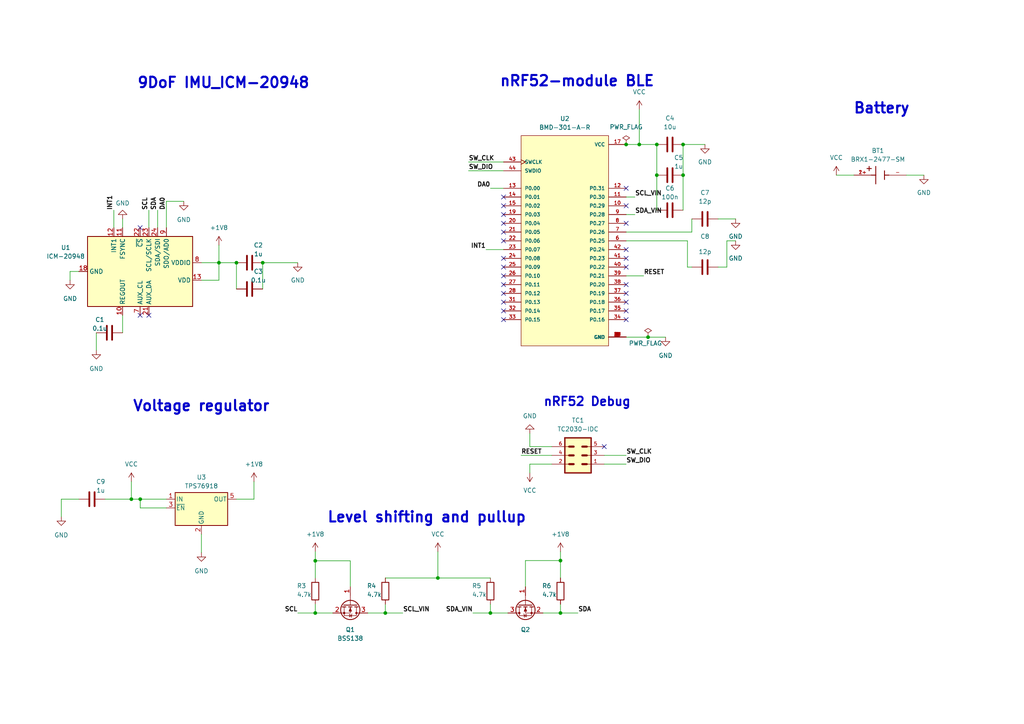
<source format=kicad_sch>
(kicad_sch (version 20230121) (generator eeschema)
  (paper "A4")
  (lib_symbols
    (symbol "BMD-301-A-R:BMD-301-A-R" (pin_names (offset 1.016))
      (property "Reference" "U" (at -12.7 31.242 0))
      (property "Value" "BMD-301-A-R" (at -12.7 -33.02 0))
      (symbol "BMD-301-A-R_0_0"
        (rectangle (start -12.7 -30.48) (end 12.7 30.48) (stroke (width 0.1524)) (fill (type background)))
        (pin power_in line (at 17.78 -27.94 180) (length 5.08) (name "GND") (number "1"))
        (pin bidirectional line (at 17.78 10.16 180) (length 5.08) (name "P0.29") (number "10"))
        (pin bidirectional line (at 17.78 12.7 180) (length 5.08) (name "P0.30") (number "11"))
        (pin bidirectional line (at 17.78 15.24 180) (length 5.08) (name "P0.31") (number "12"))
        (pin bidirectional line (at -17.78 15.24 0) (length 5.08) (name "P0.00") (number "13"))
        (pin bidirectional line (at -17.78 12.7 0) (length 5.08) (name "P0.01") (number "14"))
        (pin bidirectional line (at -17.78 10.16 0) (length 5.08) (name "P0.02") (number "15"))
        (pin power_in line (at 17.78 -27.94 180) (length 5.08) (name "GND") (number "16"))
        (pin power_in line (at 17.78 27.94 180) (length 5.08) (name "VCC") (number "17"))
        (pin power_in line (at 17.78 -27.94 180) (length 5.08) (name "GND") (number "18"))
        (pin bidirectional line (at -17.78 7.62 0) (length 5.08) (name "P0.03") (number "19"))
        (pin power_in line (at 17.78 -27.94 180) (length 5.08) (name "GND") (number "2"))
        (pin bidirectional line (at -17.78 5.08 0) (length 5.08) (name "P0.04") (number "20"))
        (pin bidirectional line (at -17.78 2.54 0) (length 5.08) (name "P0.05") (number "21"))
        (pin bidirectional line (at -17.78 0 0) (length 5.08) (name "P0.06") (number "22"))
        (pin bidirectional line (at -17.78 -2.54 0) (length 5.08) (name "P0.07") (number "23"))
        (pin bidirectional line (at -17.78 -5.08 0) (length 5.08) (name "P0.08") (number "24"))
        (pin bidirectional line (at -17.78 -7.62 0) (length 5.08) (name "P0.09") (number "25"))
        (pin bidirectional line (at -17.78 -10.16 0) (length 5.08) (name "P0.10") (number "26"))
        (pin bidirectional line (at -17.78 -12.7 0) (length 5.08) (name "P0.11") (number "27"))
        (pin bidirectional line (at -17.78 -15.24 0) (length 5.08) (name "P0.12") (number "28"))
        (pin power_in line (at 17.78 -27.94 180) (length 5.08) (name "GND") (number "29"))
        (pin power_in line (at 17.78 -27.94 180) (length 5.08) (name "GND") (number "3"))
        (pin power_in line (at 17.78 -27.94 180) (length 5.08) (name "GND") (number "30"))
        (pin bidirectional line (at -17.78 -17.78 0) (length 5.08) (name "P0.13") (number "31"))
        (pin bidirectional line (at -17.78 -20.32 0) (length 5.08) (name "P0.14") (number "32"))
        (pin bidirectional line (at -17.78 -22.86 0) (length 5.08) (name "P0.15") (number "33"))
        (pin bidirectional line (at 17.78 -22.86 180) (length 5.08) (name "P0.16") (number "34"))
        (pin bidirectional line (at 17.78 -20.32 180) (length 5.08) (name "P0.17") (number "35"))
        (pin bidirectional line (at 17.78 -17.78 180) (length 5.08) (name "P0.18") (number "36"))
        (pin bidirectional line (at 17.78 -15.24 180) (length 5.08) (name "P0.19") (number "37"))
        (pin bidirectional line (at 17.78 -12.7 180) (length 5.08) (name "P0.20") (number "38"))
        (pin bidirectional line (at 17.78 -10.16 180) (length 5.08) (name "P0.21") (number "39"))
        (pin power_in line (at 17.78 -27.94 180) (length 5.08) (name "GND") (number "4"))
        (pin bidirectional line (at 17.78 -7.62 180) (length 5.08) (name "P0.22") (number "40"))
        (pin bidirectional line (at 17.78 -5.08 180) (length 5.08) (name "P0.23") (number "41"))
        (pin bidirectional line (at 17.78 -2.54 180) (length 5.08) (name "P0.24") (number "42"))
        (pin input clock (at -17.78 22.86 0) (length 5.08) (name "SWCLK") (number "43"))
        (pin bidirectional line (at -17.78 20.32 0) (length 5.08) (name "SWDIO") (number "44"))
        (pin power_in line (at 17.78 -27.94 180) (length 5.08) (name "GND") (number "45"))
        (pin power_in line (at 17.78 -27.94 180) (length 5.08) (name "GND") (number "46"))
        (pin power_in line (at 17.78 -27.94 180) (length 5.08) (name "GND") (number "47"))
        (pin power_in line (at 17.78 -27.94 180) (length 5.08) (name "GND") (number "5"))
        (pin bidirectional line (at 17.78 0 180) (length 5.08) (name "P0.25") (number "6"))
        (pin bidirectional line (at 17.78 2.54 180) (length 5.08) (name "P0.26") (number "7"))
        (pin bidirectional line (at 17.78 5.08 180) (length 5.08) (name "P0.27") (number "8"))
        (pin bidirectional line (at 17.78 7.62 180) (length 5.08) (name "P0.28") (number "9"))
      )
    )
    (symbol "CR2477-clip:BRX1-2477-SM" (pin_names (offset 1.016))
      (property "Reference" "BT" (at -3.81 3.81 0))
      (property "Value" "BRX1-2477-SM" (at -3.81 -5.08 0))
      (symbol "BRX1-2477-SM_0_0"
        (polyline (pts (xy -3.81 1.905) (xy -2.54 1.905)) (stroke (width 0.254)))
        (polyline (pts (xy -3.175 2.54) (xy -3.175 1.27)) (stroke (width 0.254)))
        (polyline (pts (xy -1.27 0) (xy -2.54 0)) (stroke (width 0.254)))
        (polyline (pts (xy -1.27 0) (xy -1.27 -2.54)) (stroke (width 0.254)))
        (polyline (pts (xy -1.27 2.54) (xy -1.27 0)) (stroke (width 0.254)))
        (polyline (pts (xy 1.27 0) (xy 1.27 -1.27)) (stroke (width 0.254)))
        (polyline (pts (xy 1.27 0) (xy 2.54 0)) (stroke (width 0.254)))
        (polyline (pts (xy 1.27 1.27) (xy 1.27 0)) (stroke (width 0.254)))
        (pin passive line (at 7.62 0 180) (length 5.08) (name "~") (number "-"))
        (pin passive line (at -7.62 0 0) (length 5.08) (name "~") (number "1+"))
        (pin passive line (at -7.62 0 0) (length 5.08) (name "~") (number "2+"))
      )
    )
    (symbol "Device:C" (pin_numbers hide) (pin_names (offset 0.254))
      (property "Reference" "C" (at 0.635 2.54 0))
      (property "Value" "C" (at 0.635 -2.54 0))
      (symbol "C_0_1"
        (polyline (pts (xy -2.032 -0.762) (xy 2.032 -0.762)) (stroke (width 0.508)))
        (polyline (pts (xy -2.032 0.762) (xy 2.032 0.762)) (stroke (width 0.508)))
      )
      (symbol "C_1_1"
        (pin passive line (at 0 3.81 270) (length 2.794) (name "~") (number "1"))
        (pin passive line (at 0 -3.81 90) (length 2.794) (name "~") (number "2"))
      )
    )
    (symbol "Device:R" (pin_numbers hide) (pin_names (offset 0))
      (property "Reference" "R" (at 2.032 0 90))
      (property "Value" "R" (at 0 0 90))
      (symbol "R_0_1"
        (rectangle (start -1.016 -2.54) (end 1.016 2.54) (stroke (width 0.254)))
      )
      (symbol "R_1_1"
        (pin passive line (at 0 3.81 270) (length 1.27) (name "~") (number "1"))
        (pin passive line (at 0 -3.81 90) (length 1.27) (name "~") (number "2"))
      )
    )
    (symbol "Regulator_Linear:TPS76918" (pin_names (offset 0.254))
      (property "Reference" "U" (at -6.35 5.715 0))
      (property "Value" "TPS76918" (at 0 5.715 0))
      (symbol "TPS76918_0_1"
        (rectangle (start -7.62 4.445) (end 7.62 -5.08) (stroke (width 0.254)) (fill (type background)))
      )
      (symbol "TPS76918_1_1"
        (pin power_in line (at -10.16 2.54 0) (length 2.54) (name "IN") (number "1"))
        (pin power_in line (at 0 -7.62 90) (length 2.54) (name "GND") (number "2"))
        (pin input line (at -10.16 0 0) (length 2.54) (name "~{EN}") (number "3"))
        (pin no_connect line (at 7.62 0 180) (length 2.54) hide (name "NC") (number "4"))
        (pin power_out line (at 10.16 2.54 180) (length 2.54) (name "OUT") (number "5"))
      )
    )
    (symbol "Sensor_Motion:ICM-20948"
      (property "Reference" "U" (at -11.43 16.51 0))
      (property "Value" "ICM-20948" (at 7.62 -16.51 0))
      (symbol "ICM-20948_0_1"
        (rectangle (start -10.16 15.24) (end 10.16 -15.24) (stroke (width 0.254)) (fill (type background)))
      )
      (symbol "ICM-20948_1_1"
        (pin no_connect line (at -10.16 12.7 0) (length 2.54) hide (name "NC") (number "1"))
        (pin passive line (at 12.7 -5.08 180) (length 2.54) (name "REGOUT") (number "10"))
        (pin input line (at -12.7 -5.08 0) (length 2.54) (name "FSYNC") (number "11"))
        (pin output line (at -12.7 -7.62 0) (length 2.54) (name "INT1") (number "12"))
        (pin power_in line (at 2.54 17.78 270) (length 2.54) (name "VDD") (number "13"))
        (pin no_connect line (at 10.16 7.62 180) (length 2.54) hide (name "NC") (number "14"))
        (pin no_connect line (at 10.16 5.08 180) (length 2.54) hide (name "NC") (number "15"))
        (pin no_connect line (at 10.16 -7.62 180) (length 2.54) hide (name "NC") (number "16"))
        (pin no_connect line (at 10.16 -10.16 180) (length 2.54) hide (name "NC") (number "17"))
        (pin power_in line (at 0 -17.78 90) (length 2.54) (name "GND") (number "18"))
        (pin no_connect line (at 10.16 -12.7 180) (length 2.54) hide (name "RESV") (number "19"))
        (pin no_connect line (at -10.16 10.16 0) (length 2.54) hide (name "NC") (number "2"))
        (pin passive line (at 0 -17.78 90) (length 2.54) hide (name "GND") (number "20"))
        (pin bidirectional line (at 12.7 2.54 180) (length 2.54) (name "AUX_DA") (number "21"))
        (pin input line (at -12.7 0 0) (length 2.54) (name "~{CS}") (number "22"))
        (pin input line (at -12.7 2.54 0) (length 2.54) (name "SCL/SCLK") (number "23"))
        (pin bidirectional line (at -12.7 5.08 0) (length 2.54) (name "SDA/SDI") (number "24"))
        (pin no_connect line (at -10.16 -2.54 0) (length 2.54) hide (name "NC") (number "3"))
        (pin no_connect line (at -10.16 -10.16 0) (length 2.54) hide (name "NC") (number "4"))
        (pin no_connect line (at -10.16 -12.7 0) (length 2.54) hide (name "NC") (number "5"))
        (pin no_connect line (at 10.16 10.16 180) (length 2.54) hide (name "NC") (number "6"))
        (pin output line (at 12.7 0 180) (length 2.54) (name "AUX_CL") (number "7"))
        (pin power_in line (at -2.54 17.78 270) (length 2.54) (name "VDDIO") (number "8"))
        (pin bidirectional line (at -12.7 7.62 0) (length 2.54) (name "SDO/AD0") (number "9"))
      )
    )
    (symbol "Tag-connector:TC2030-IDC" (pin_names (offset 1.016))
      (property "Reference" "TC" (at -3.81 5.842 0))
      (property "Value" "TC2030-IDC" (at -3.81 -7.62 0))
      (symbol "TC2030-IDC_0_0"
        (rectangle (start -3.81 -5.08) (end 3.81 5.08) (stroke (width 0.4064)) (fill (type background)))
        (polyline (pts (xy -2.54 -2.54) (xy -1.27 -2.54)) (stroke (width 0.6096)))
        (polyline (pts (xy -2.54 0) (xy -1.27 0)) (stroke (width 0.6096)))
        (polyline (pts (xy -2.54 2.54) (xy -1.27 2.54)) (stroke (width 0.6096)))
        (polyline (pts (xy 1.27 -2.54) (xy 2.54 -2.54)) (stroke (width 0.6096)))
        (polyline (pts (xy 1.27 0) (xy 2.54 0)) (stroke (width 0.6096)))
        (polyline (pts (xy 1.27 2.54) (xy 2.54 2.54)) (stroke (width 0.6096)))
        (pin passive line (at 7.62 -2.54 180) (length 5.08) (name "~") (number "1"))
        (pin passive line (at -7.62 -2.54 0) (length 5.08) (name "~") (number "2"))
        (pin passive line (at 7.62 0 180) (length 5.08) (name "~") (number "3"))
        (pin passive line (at -7.62 0 0) (length 5.08) (name "~") (number "4"))
        (pin passive line (at 7.62 2.54 180) (length 5.08) (name "~") (number "5"))
        (pin passive line (at -7.62 2.54 0) (length 5.08) (name "~") (number "6"))
      )
    )
    (symbol "Transistor_FET:BSS138" (pin_names hide)
      (property "Reference" "Q" (at 5.08 1.905 0))
      (property "Value" "BSS138" (at 5.08 0 0))
      (symbol "BSS138_0_1"
        (polyline (pts (xy 0.254 0) (xy -2.54 0)))
        (polyline (pts (xy 0.254 1.905) (xy 0.254 -1.905)) (stroke (width 0.254)))
        (polyline (pts (xy 0.762 -1.27) (xy 0.762 -2.286)) (stroke (width 0.254)))
        (polyline (pts (xy 0.762 0.508) (xy 0.762 -0.508)) (stroke (width 0.254)))
        (polyline (pts (xy 0.762 2.286) (xy 0.762 1.27)) (stroke (width 0.254)))
        (polyline (pts (xy 2.54 2.54) (xy 2.54 1.778)))
        (polyline (pts (xy 2.54 -2.54) (xy 2.54 0) (xy 0.762 0)))
        (polyline (pts (xy 0.762 -1.778) (xy 3.302 -1.778) (xy 3.302 1.778) (xy 0.762 1.778)))
        (polyline (pts (xy 1.016 0) (xy 2.032 0.381) (xy 2.032 -0.381) (xy 1.016 0)) (fill (type outline)))
        (polyline (pts (xy 2.794 0.508) (xy 2.921 0.381) (xy 3.683 0.381) (xy 3.81 0.254)))
        (polyline (pts (xy 3.302 0.381) (xy 2.921 -0.254) (xy 3.683 -0.254) (xy 3.302 0.381)))
        (circle (center 1.651 0) (radius 2.794) (stroke (width 0.254)))
        (circle (center 2.54 -1.778) (radius 0.254) (fill (type outline)))
        (circle (center 2.54 1.778) (radius 0.254) (fill (type outline)))
      )
      (symbol "BSS138_1_1"
        (pin input line (at -5.08 0 0) (length 2.54) (name "G") (number "1"))
        (pin passive line (at 2.54 -5.08 90) (length 2.54) (name "S") (number "2"))
        (pin passive line (at 2.54 5.08 270) (length 2.54) (name "D") (number "3"))
      )
    )
    (symbol "power:+1V8" (power) (pin_names (offset 0))
      (property "Value" "+1V8" (at 0 3.556 0))
      (symbol "+1V8_0_1"
        (polyline (pts (xy -0.762 1.27) (xy 0 2.54)))
        (polyline (pts (xy 0 0) (xy 0 2.54)))
        (polyline (pts (xy 0 2.54) (xy 0.762 1.27)))
      )
      (symbol "+1V8_1_1"
        (pin power_in line (at 0 0 90) (length 0) hide (name "+1V8") (number "1"))
      )
    )
    (symbol "power:GND" (power) (pin_names (offset 0))
      (property "Value" "GND" (at 0 -3.81 0))
      (symbol "GND_0_1"
        (polyline (pts (xy 0 0) (xy 0 -1.27) (xy 1.27 -1.27) (xy 0 -2.54) (xy -1.27 -1.27) (xy 0 -1.27)))
      )
      (symbol "GND_1_1"
        (pin power_in line (at 0 0 270) (length 0) hide (name "GND") (number "1"))
      )
    )
    (symbol "power:PWR_FLAG" (power) (pin_numbers hide) (pin_names (offset 0) hide)
      (property "Value" "PWR_FLAG" (at 0 3.81 0))
      (symbol "PWR_FLAG_0_0"
        (pin power_out line (at 0 0 90) (length 0) (name "pwr") (number "1"))
      )
      (symbol "PWR_FLAG_0_1"
        (polyline (pts (xy 0 0) (xy 0 1.27) (xy -1.016 1.905) (xy 0 2.54) (xy 1.016 1.905) (xy 0 1.27)))
      )
    )
    (symbol "power:VCC" (power) (pin_names (offset 0))
      (property "Value" "VCC" (at 0 3.81 0))
      (symbol "VCC_0_1"
        (polyline (pts (xy -0.762 1.27) (xy 0 2.54)))
        (polyline (pts (xy 0 0) (xy 0 2.54)))
        (polyline (pts (xy 0 2.54) (xy 0.762 1.27)))
      )
      (symbol "VCC_1_1"
        (pin power_in line (at 0 0 90) (length 0) hide (name "VCC") (number "1"))
      )
    )
  )
  (junction (at 142.24 177.8))
  (junction (at 162.56 162.5889))
  (junction (at 185.42 41.91))
  (junction (at 91.44 162.6588))
  (junction (at 187.96 97.79))
  (junction (at 68.58 76.2))
  (junction (at 111.76 177.8))
  (junction (at 190.5 41.91))
  (junction (at 162.56 177.8))
  (junction (at 198.12 50.8))
  (junction (at 40.6733 144.78))
  (junction (at 38.1 144.78))
  (junction (at 190.5 50.8))
  (junction (at 76.2 76.2))
  (junction (at 127 167.64))
  (junction (at 63.5 76.2))
  (junction (at 181.61 41.91))
  (junction (at 198.12 41.91))
  (junction (at 91.44 177.8))
  (no_connect (at 146.05 87.63))
  (no_connect (at 146.05 64.77))
  (no_connect (at 181.61 59.69))
  (no_connect (at 146.05 82.55))
  (no_connect (at 181.61 72.39))
  (no_connect (at 146.05 85.09))
  (no_connect (at 181.61 74.93))
  (no_connect (at 181.61 54.61))
  (no_connect (at 146.05 80.01))
  (no_connect (at 181.61 92.71))
  (no_connect (at 181.61 90.17))
  (no_connect (at 181.61 85.09))
  (no_connect (at 146.05 69.85))
  (no_connect (at 181.61 87.63))
  (no_connect (at 175.26 129.54))
  (no_connect (at 146.05 92.71))
  (no_connect (at 146.05 90.17))
  (no_connect (at 40.64 91.44))
  (no_connect (at 146.05 77.47))
  (no_connect (at 181.61 64.77))
  (no_connect (at 40.64 66.04))
  (no_connect (at 146.05 62.23))
  (no_connect (at 181.61 82.55))
  (no_connect (at 146.05 74.93))
  (no_connect (at 146.05 67.31))
  (no_connect (at 146.05 59.69))
  (no_connect (at 146.05 57.15))
  (no_connect (at 43.18 91.44))
  (no_connect (at 181.61 77.47))
  (wire (pts (xy 262.89 50.8) (xy 267.97 50.8)))
  (wire (pts (xy 181.61 41.91) (xy 185.42 41.91)))
  (wire (pts (xy 187.96 97.79) (xy 193.04 97.79)))
  (wire (pts (xy 91.44 162.6588) (xy 91.44 167.64)))
  (wire (pts (xy 210.82 69.85) (xy 213.36 69.85)))
  (wire (pts (xy 140.97 72.39) (xy 146.05 72.39)))
  (wire (pts (xy 157.48 177.8) (xy 162.56 177.8)))
  (wire (pts (xy 22.86 78.74) (xy 20.32 78.74)))
  (wire (pts (xy 111.76 177.8) (xy 116.84 177.8)))
  (wire (pts (xy 181.61 67.31) (xy 200.66 67.31)))
  (wire (pts (xy 127 167.64) (xy 142.24 167.64)))
  (wire (pts (xy 48.26 147.32) (xy 40.6733 147.32)))
  (wire (pts (xy 91.44 175.26) (xy 91.44 177.8)))
  (wire (pts (xy 181.61 62.23) (xy 184.15 62.23)))
  (wire (pts (xy 153.67 134.62) (xy 153.67 137.16)))
  (wire (pts (xy 86.36 177.8) (xy 91.44 177.8)))
  (wire (pts (xy 142.24 54.61) (xy 146.05 54.61)))
  (wire (pts (xy 198.12 41.91) (xy 204.47 41.91)))
  (wire (pts (xy 208.28 77.47) (xy 210.82 77.47)))
  (wire (pts (xy 198.12 41.91) (xy 198.12 50.8)))
  (wire (pts (xy 111.76 167.64) (xy 127 167.64)))
  (wire (pts (xy 181.61 80.01) (xy 186.69 80.01)))
  (wire (pts (xy 17.78 144.78) (xy 22.86 144.78)))
  (wire (pts (xy 242.57 50.8) (xy 247.65 50.8)))
  (wire (pts (xy 111.76 175.26) (xy 111.76 177.8)))
  (wire (pts (xy 199.39 77.47) (xy 200.66 77.47)))
  (wire (pts (xy 33.02 60.96) (xy 33.02 66.04)))
  (wire (pts (xy 181.61 57.15) (xy 184.15 57.15)))
  (wire (pts (xy 152.4 162.5889) (xy 162.56 162.5889)))
  (wire (pts (xy 73.66 144.78) (xy 73.66 139.7)))
  (wire (pts (xy 210.82 77.47) (xy 210.82 69.85)))
  (wire (pts (xy 199.39 77.47) (xy 199.39 69.85)))
  (wire (pts (xy 175.26 134.62) (xy 181.61 134.62)))
  (wire (pts (xy 58.42 81.28) (xy 63.5 81.28)))
  (wire (pts (xy 162.56 175.26) (xy 162.56 177.8)))
  (wire (pts (xy 63.5 81.28) (xy 63.5 76.2)))
  (wire (pts (xy 190.5 50.8) (xy 190.5 60.96)))
  (wire (pts (xy 181.61 97.79) (xy 187.96 97.79)))
  (wire (pts (xy 135.89 49.53) (xy 146.05 49.53)))
  (wire (pts (xy 17.78 149.86) (xy 17.78 144.78)))
  (wire (pts (xy 142.24 175.26) (xy 142.24 177.8)))
  (wire (pts (xy 30.48 144.78) (xy 38.1 144.78)))
  (wire (pts (xy 68.58 144.78) (xy 73.66 144.78)))
  (wire (pts (xy 151.13 132.08) (xy 160.02 132.08)))
  (wire (pts (xy 153.67 129.54) (xy 153.67 125.73)))
  (wire (pts (xy 185.42 31.75) (xy 185.42 41.91)))
  (wire (pts (xy 43.18 60.96) (xy 43.18 66.04)))
  (wire (pts (xy 190.5 41.91) (xy 190.5 50.8)))
  (wire (pts (xy 91.44 160.02) (xy 91.44 162.6588)))
  (wire (pts (xy 162.56 160.02) (xy 162.56 162.5889)))
  (wire (pts (xy 175.26 132.08) (xy 181.61 132.08)))
  (wire (pts (xy 137.16 177.8) (xy 142.24 177.8)))
  (wire (pts (xy 162.56 177.8) (xy 167.64 177.8)))
  (wire (pts (xy 185.42 41.91) (xy 190.5 41.91)))
  (wire (pts (xy 208.28 63.5) (xy 213.36 63.5)))
  (wire (pts (xy 20.32 78.74) (xy 20.32 81.28)))
  (wire (pts (xy 76.2 76.2) (xy 86.36 76.2)))
  (wire (pts (xy 91.44 177.8) (xy 96.52 177.8)))
  (wire (pts (xy 40.6733 147.32) (xy 40.6733 144.78)))
  (wire (pts (xy 27.94 96.52) (xy 27.94 101.6)))
  (wire (pts (xy 35.56 63.5) (xy 35.56 66.04)))
  (wire (pts (xy 142.24 177.8) (xy 147.32 177.8)))
  (wire (pts (xy 35.56 91.44) (xy 35.56 96.52)))
  (wire (pts (xy 63.5 76.2) (xy 63.5 71.12)))
  (wire (pts (xy 152.4 170.18) (xy 152.4 162.5889)))
  (wire (pts (xy 200.66 67.31) (xy 200.66 63.5)))
  (wire (pts (xy 48.26 58.3984) (xy 48.26 66.04)))
  (wire (pts (xy 63.5 76.2) (xy 68.58 76.2)))
  (wire (pts (xy 199.39 69.85) (xy 181.61 69.85)))
  (wire (pts (xy 38.1 144.78) (xy 40.6733 144.78)))
  (wire (pts (xy 101.6 162.6588) (xy 91.44 162.6588)))
  (wire (pts (xy 127 160.02) (xy 127 167.64)))
  (wire (pts (xy 160.02 134.62) (xy 153.67 134.62)))
  (wire (pts (xy 68.58 76.2) (xy 68.58 83.82)))
  (wire (pts (xy 198.12 50.8) (xy 198.12 60.96)))
  (wire (pts (xy 58.42 76.2) (xy 63.5 76.2)))
  (wire (pts (xy 160.02 129.54) (xy 153.67 129.54)))
  (wire (pts (xy 106.68 177.8) (xy 111.76 177.8)))
  (wire (pts (xy 40.6733 144.78) (xy 48.26 144.78)))
  (wire (pts (xy 76.2 83.82) (xy 76.2 76.2)))
  (wire (pts (xy 162.56 162.5889) (xy 162.56 167.64)))
  (wire (pts (xy 101.6 170.18) (xy 101.6 162.6588)))
  (wire (pts (xy 48.26 58.3984) (xy 53.3076 58.3984)))
  (wire (pts (xy 58.42 154.94) (xy 58.42 160.274)))
  (wire (pts (xy 38.1 139.7) (xy 38.1 144.78)))
  (wire (pts (xy 45.72 60.96) (xy 45.72 66.04)))
  (wire (pts (xy 135.89 46.99) (xy 146.05 46.99)))
  (text "Voltage regulator" (at 38.354 119.634 0) (effects (font (size 3 3) bold) (justify left bottom)))
  (text "nRF52-module BLE" (at 144.78 25.4 0) (effects (font (size 3 3) bold) (justify left bottom)))
  (text "9DoF IMU_ICM-20948" (at 39.624 25.908 0) (effects (font (size 3 3) bold) (justify left bottom)))
  (text "nRF52 Debug" (at 157.48 118.11 0) (effects (font (size 2.5 2.5) bold) (justify left bottom)))
  (text "Level shifting and pullup" (at 94.742 151.892 0) (effects (font (size 3 3) bold) (justify left bottom)))
  (text "Battery" (at 247.396 33.274 0) (effects (font (size 3 3) bold) (justify left bottom)))
  (label "SDA_VIN" (at 184.15 62.23 0) (effects (font (thickness 0.254) bold)))
  (label "SCL_VIN" (at 116.84 177.8 0) (effects (font bold)))
  (label "SDA_VIN" (at 137.16 177.8 180) (effects (font (thickness 0.254) bold)))
  (label "INT1" (at 140.97 72.39 180) (effects (font (thickness 0.254) bold)))
  (label "SDA" (at 167.64 177.8 0) (effects (font (thickness 0.254) bold)))
  (label "DA0" (at 48.26 60.96 90) (effects (font (thickness 0.254) bold)))
  (label "SW_CLK" (at 181.61 132.08 0) (effects (font bold)))
  (label "SDA" (at 45.72 60.96 90) (effects (font (thickness 0.254) bold)))
  (label "SW_CLK" (at 135.89 46.99 0) (effects (font bold)))
  (label "RESET" (at 186.69 80.01 0) (effects (font bold)))
  (label "DA0" (at 142.24 54.61 180) (effects (font (thickness 0.254) bold)))
  (label "SCL" (at 86.36 177.8 180) (effects (font bold)))
  (label "SCL" (at 43.18 60.96 90) (effects (font bold)))
  (label "SCL_VIN" (at 184.15 57.15 0) (effects (font bold)))
  (label "SW_DIO" (at 135.89 49.53 0) (effects (font bold)))
  (label "INT1" (at 33.02 60.96 90) (effects (font (thickness 0.254) bold)))
  (label "RESET" (at 151.13 132.08 0) (effects (font bold)))
  (label "SW_DIO" (at 181.61 134.62 0) (effects (font bold)))
  (symbol (lib_id "Device:C") (at 204.47 63.5 90) (unit 1)
    (property "Reference" "C7" (at 204.47 55.88 90))
    (property "Value" "12p" (at 204.47 58.42 90))
    (property "Footprint" "Capacitor_SMD:C_0805_2012Metric_Pad1.18x1.45mm_HandSolder" (effects hide))
  )
  (symbol (lib_id "Tag-connector:TC2030-IDC") (at 167.64 132.08 0) (unit 1)
    (property "Reference" "TC1" (at 167.64 121.92 0))
    (property "Value" "TC2030-IDC" (at 167.64 124.46 0))
    (property "Footprint" "Connector:Tag-Connect_TC2030-IDC-NL_2x03_P1.27mm_Vertical" (effects hide))
  )
  (symbol (lib_id "Device:C") (at 31.75 96.52 90) (unit 1)
    (property "Reference" "C1" (at 28.956 92.71 90))
    (property "Value" "0.1u" (at 28.956 95.25 90))
    (property "Footprint" "Capacitor_SMD:C_0805_2012Metric_Pad1.18x1.45mm_HandSolder" (effects hide))
  )
  (symbol (lib_id "Transistor_FET:BSS138") (at 152.4 175.26 90) (mirror x) (unit 1)
    (property "Reference" "Q2" (at 152.4 182.626 90))
    (property "Value" "BSS138" (effects hide))
    (property "Footprint" "Package_TO_SOT_SMD:SOT-23" (effects hide))
    (property "Datasheet" "https://www.onsemi.com/pub/Collateral/BSS138-D.PDF" (effects hide))
  )
  (symbol (lib_id "power:GND") (at 213.36 63.5 0) (unit 1)
    (property "Reference" "#PWR012" (effects hide))
    (property "Value" "GND" (at 213.36 68.58 0))
  )
  (symbol (lib_id "power:VCC") (at 38.1 139.7 0) (unit 1)
    (property "Reference" "#PWR04" (effects hide))
    (property "Value" "VCC" (at 38.1 134.62 0))
  )
  (symbol (lib_id "Regulator_Linear:TPS76918") (at 58.42 147.32 0) (unit 1)
    (property "Reference" "U3" (at 58.42 138.43 0))
    (property "Value" "TPS76918" (at 58.42 140.97 0))
    (property "Footprint" "Package_TO_SOT_SMD:SOT-23-5" (effects hide))
    (property "Datasheet" "http://www.ti.com/lit/ds/symlink/tps769.pdf" (effects hide))
  )
  (symbol (lib_id "Device:C") (at 194.31 60.96 90) (unit 1)
    (property "Reference" "C6" (at 194.31 54.61 90))
    (property "Value" "100n" (at 194.31 57.15 90))
    (property "Footprint" "Capacitor_SMD:C_0805_2012Metric_Pad1.18x1.45mm_HandSolder" (effects hide))
  )
  (symbol (lib_id "power:GND") (at 193.04 97.79 0) (unit 1)
    (property "Reference" "#PWR010" (effects hide))
    (property "Value" "GND" (at 193.04 103.124 0))
  )
  (symbol (lib_id "power:GND") (at 58.42 160.274 0) (unit 1)
    (property "Reference" "#PWR016" (effects hide))
    (property "Value" "GND" (at 58.42 165.608 0))
  )
  (symbol (lib_id "Sensor_Motion:ICM-20948") (at 40.64 78.74 270) (unit 1)
    (property "Reference" "U1" (at 19.05 71.8119 90))
    (property "Value" "ICM-20948" (at 19.05 74.3519 90))
    (property "Footprint" "Sensor_Motion:InvenSense_QFN-24_3x3mm_P0.4mm" (effects hide))
    (property "Datasheet" "http://www.invensense.com/wp-content/uploads/2016/06/DS-000189-ICM-20948-v1.3.pdf" (effects hide))
  )
  (symbol (lib_id "power:GND") (at 27.94 101.6 0) (unit 1)
    (property "Reference" "#PWR02" (effects hide))
    (property "Value" "GND" (at 27.94 106.934 0))
  )
  (symbol (lib_id "power:GND") (at 213.36 69.85 0) (unit 1)
    (property "Reference" "#PWR013" (effects hide))
    (property "Value" "GND" (at 213.36 74.93 0))
  )
  (symbol (lib_id "Device:C") (at 204.47 77.47 90) (unit 1)
    (property "Reference" "C8" (at 204.47 68.58 90))
    (property "Value" "12p" (at 204.47 73.025 90))
    (property "Footprint" "Capacitor_SMD:C_0805_2012Metric_Pad1.18x1.45mm_HandSolder" (effects hide))
  )
  (symbol (lib_id "power:GND") (at 86.36 76.2 0) (unit 1)
    (property "Reference" "#PWR06" (effects hide))
    (property "Value" "GND" (at 86.36 81.28 0))
  )
  (symbol (lib_id "power:VCC") (at 127 160.02 0) (unit 1)
    (property "Reference" "#PWR021" (effects hide))
    (property "Value" "VCC" (at 127 154.94 0))
  )
  (symbol (lib_id "power:VCC") (at 185.42 31.75 0) (unit 1)
    (property "Reference" "#PWR09" (effects hide))
    (property "Value" "VCC" (at 185.42 26.67 0))
  )
  (symbol (lib_id "power:+1V8") (at 162.56 160.02 0) (unit 1)
    (property "Reference" "#PWR020" (effects hide))
    (property "Value" "+1V8" (at 162.56 154.94 0))
  )
  (symbol (lib_id "power:GND") (at 53.3076 58.3984 0) (unit 1)
    (property "Reference" "#PWR022" (effects hide))
    (property "Value" "GND" (at 53.3076 63.7324 0))
  )
  (symbol (lib_id "power:GND") (at 267.97 50.8 0) (unit 1)
    (property "Reference" "#PWR015" (effects hide))
    (property "Value" "GND" (at 267.97 55.88 0))
  )
  (symbol (lib_id "power:PWR_FLAG") (at 181.61 41.91 0) (unit 1)
    (property "Reference" "#FLG01" (effects hide))
    (property "Value" "PWR_FLAG" (at 181.61 36.83 0))
  )
  (symbol (lib_id "power:VCC") (at 242.57 50.8 0) (unit 1)
    (property "Reference" "#PWR014" (effects hide))
    (property "Value" "VCC" (at 242.57 45.72 0))
  )
  (symbol (lib_id "Device:C") (at 194.31 50.8 90) (unit 1)
    (property "Reference" "C5" (at 196.85 45.72 90))
    (property "Value" "1u" (at 196.85 48.26 90))
    (property "Footprint" "Capacitor_SMD:C_0805_2012Metric_Pad1.18x1.45mm_HandSolder" (effects hide))
  )
  (symbol (lib_id "power:+1V8") (at 73.66 139.7 0) (unit 1)
    (property "Reference" "#PWR017" (effects hide))
    (property "Value" "+1V8" (at 73.66 134.62 0))
  )
  (symbol (lib_id "power:GND") (at 35.56 63.5 180) (unit 1)
    (property "Reference" "#PWR03" (effects hide))
    (property "Value" "GND" (at 35.56 58.928 0))
  )
  (symbol (lib_id "Device:R") (at 142.24 171.45 0) (unit 1)
    (property "Reference" "R5" (at 136.906 169.926 0) (effects (justify left)))
    (property "Value" "4.7k" (at 136.906 172.466 0) (effects (justify left)))
    (property "Footprint" "Resistor_SMD:R_0805_2012Metric_Pad1.20x1.40mm_HandSolder" (effects hide))
  )
  (symbol (lib_id "power:VCC") (at 153.67 137.16 180) (unit 1)
    (property "Reference" "#PWR08" (effects hide))
    (property "Value" "VCC" (at 153.67 142.24 0))
  )
  (symbol (lib_id "Device:C") (at 72.39 76.2 90) (unit 1)
    (property "Reference" "C2" (at 74.93 71.12 90))
    (property "Value" "1u" (at 74.93 73.66 90))
    (property "Footprint" "Capacitor_SMD:C_0805_2012Metric_Pad1.18x1.45mm_HandSolder" (effects hide))
  )
  (symbol (lib_id "power:PWR_FLAG") (at 187.96 97.79 0) (unit 1)
    (property "Reference" "#FLG02" (effects hide))
    (property "Value" "PWR_FLAG" (at 187.198 99.568 0))
  )
  (symbol (lib_id "CR2477-clip:BRX1-2477-SM") (at 255.27 50.8 0) (unit 1)
    (property "Reference" "BT1" (at 254.635 43.688 0))
    (property "Value" "BRX1-2477-SM" (at 254.635 46.228 0))
    (property "Footprint" "CR2477-clip:BAT_BRX1-2477-SM" (effects hide))
    (property "PARTREV" "D" (effects hide))
    (property "STANDARD" "Manufacturer Recommendations" (effects hide))
    (property "MAXIMUM_PACKAGE_HEIGHT" "8.7mm" (effects hide))
    (property "MANUFACTURER" "MPD" (effects hide))
  )
  (symbol (lib_id "power:GND") (at 153.67 125.73 180) (unit 1)
    (property "Reference" "#PWR07" (effects hide))
    (property "Value" "GND" (at 153.67 120.65 0))
  )
  (symbol (lib_id "power:GND") (at 20.32 81.28 0) (unit 1)
    (property "Reference" "#PWR01" (effects hide))
    (property "Value" "GND" (at 20.32 86.614 0))
  )
  (symbol (lib_id "power:GND") (at 204.47 41.91 0) (unit 1)
    (property "Reference" "#PWR011" (effects hide))
    (property "Value" "GND" (at 204.47 46.99 0))
  )
  (symbol (lib_id "power:+1V8") (at 91.44 160.02 0) (unit 1)
    (property "Reference" "#PWR019" (effects hide))
    (property "Value" "+1V8" (at 91.44 154.94 0))
  )
  (symbol (lib_id "BMD-301-A-R:BMD-301-A-R") (at 163.83 69.85 0) (unit 1)
    (property "Reference" "U2" (at 163.83 34.417 0))
    (property "Value" "BMD-301-A-R" (at 163.83 36.957 0))
    (property "Footprint" "BMD-301-A-R:BMD-301-A-R" (effects hide))
    (property "PARTREV" "2.1" (effects hide))
    (property "STANDARD" "Manufacturer Recommendations" (effects hide))
    (property "MAXIMUM_PACKAGE_HEIGHT" "1.9mm" (effects hide))
    (property "MANUFACTURER" "Rigado" (effects hide))
  )
  (symbol (lib_id "Device:C") (at 26.67 144.78 90) (unit 1)
    (property "Reference" "C9" (at 29.21 139.7 90))
    (property "Value" "1u" (at 29.21 142.24 90))
    (property "Footprint" "Capacitor_SMD:C_0805_2012Metric_Pad1.18x1.45mm_HandSolder" (effects hide))
  )
  (symbol (lib_id "Device:C") (at 72.39 83.82 90) (unit 1)
    (property "Reference" "C3" (at 74.93 78.74 90))
    (property "Value" "0.1u" (at 74.93 81.28 90))
    (property "Footprint" "Capacitor_SMD:C_0805_2012Metric_Pad1.18x1.45mm_HandSolder" (effects hide))
  )
  (symbol (lib_id "Device:R") (at 162.56 171.45 0) (unit 1)
    (property "Reference" "R6" (at 157.226 169.926 0) (effects (justify left)))
    (property "Value" "4.7k" (at 157.226 172.466 0) (effects (justify left)))
    (property "Footprint" "Resistor_SMD:R_0805_2012Metric_Pad1.20x1.40mm_HandSolder" (effects hide))
  )
  (symbol (lib_id "Device:R") (at 111.76 171.45 0) (unit 1)
    (property "Reference" "R4" (at 106.426 169.926 0) (effects (justify left)))
    (property "Value" "4.7k" (at 106.426 172.466 0) (effects (justify left)))
    (property "Footprint" "Resistor_SMD:R_0805_2012Metric_Pad1.20x1.40mm_HandSolder" (effects hide))
  )
  (symbol (lib_id "power:+1V8") (at 63.5 71.12 0) (unit 1)
    (property "Reference" "#PWR018" (effects hide))
    (property "Value" "+1V8" (at 63.5 66.04 0))
  )
  (symbol (lib_id "Device:C") (at 194.31 41.91 90) (unit 1)
    (property "Reference" "C4" (at 194.31 34.29 90))
    (property "Value" "10u" (at 194.31 36.83 90))
    (property "Footprint" "Capacitor_SMD:C_0805_2012Metric_Pad1.18x1.45mm_HandSolder" (effects hide))
  )
  (symbol (lib_id "Device:R") (at 91.44 171.45 0) (unit 1)
    (property "Reference" "R3" (at 86.106 169.926 0) (effects (justify left)))
    (property "Value" "4.7k" (at 86.106 172.466 0) (effects (justify left)))
    (property "Footprint" "Resistor_SMD:R_0805_2012Metric_Pad1.20x1.40mm_HandSolder" (effects hide))
  )
  (symbol (lib_id "Transistor_FET:BSS138") (at 101.6 175.26 270) (unit 1)
    (property "Reference" "Q1" (at 101.6 182.626 90))
    (property "Value" "BSS138" (at 101.6 185.166 90))
    (property "Footprint" "Package_TO_SOT_SMD:SOT-23" (effects hide))
    (property "Datasheet" "https://www.onsemi.com/pub/Collateral/BSS138-D.PDF" (effects hide))
  )
  (symbol (lib_id "power:GND") (at 17.78 149.86 0) (unit 1)
    (property "Reference" "#PWR05" (effects hide))
    (property "Value" "GND" (at 17.78 155.194 0))
  )
)
</source>
